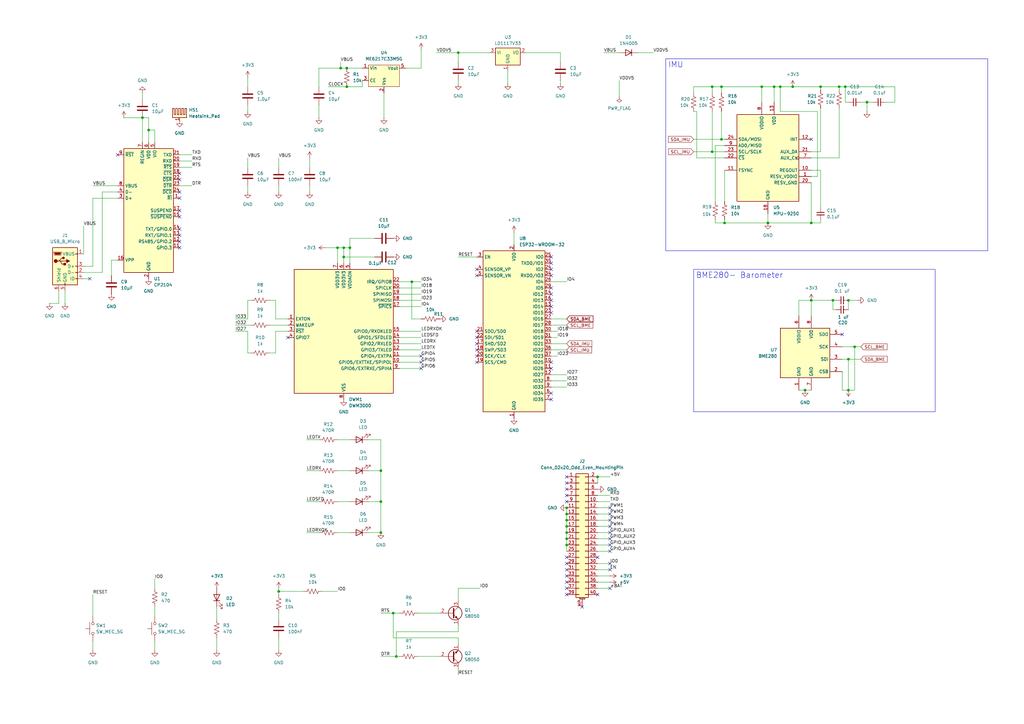
<source format=kicad_sch>
(kicad_sch (version 20250114) (generator "eeschema") (generator_version "9.0")
  (paper "A3")
  (lib_symbols
    (symbol "Connector:USB_B_Micro" (pin_names (offset 1.016))
      (property "Reference" "J" (at -5.08 11.43 0))
      (property "Value" "USB_B_Micro" (at -5.08 8.89 0))
      (symbol "USB_B_Micro_1_1"
        (pin passive line (at -2.54 -10.16 90) (length 2.54) (name "Shield") (number "6"))
        (pin power_out line (at 0 -10.16 90) (length 2.54) (name "GND") (number "5"))
        (pin power_out line (at 7.62 5.08 180) (length 2.54) (name "VBUS") (number "1"))
        (pin bidirectional line (at 7.62 0 180) (length 2.54) (name "D+") (number "3"))
        (pin bidirectional line (at 7.62 -2.54 180) (length 2.54) (name "D-") (number "2"))
        (pin passive line (at 7.62 -5.08 180) (length 2.54) (name "ID") (number "4"))
      )
    )
    (symbol "Connector_Generic_MountingPin:Conn_02x20_Odd_Even_MountingPin" (pin_names (offset 1.016) (hide yes))
      (property "Reference" "J" (at 1.27 25.4 0))
      (property "Value" "Conn_02x20_Odd_Even_MountingPin" (at 2.54 -27.94 0))
      (symbol "Conn_02x20_Odd_Even_MountingPin_1_1"
        (text "Mounting" (at 1.27 -27.051 0) (effects (font (size 0.381 0.381))))
        (pin passive line (at -5.08 22.86 0) (length 3.81) (name "Pin_1") (number "1"))
        (pin passive line (at -5.08 20.32 0) (length 3.81) (name "Pin_3") (number "3"))
        (pin passive line (at -5.08 17.78 0) (length 3.81) (name "Pin_5") (number "5"))
        (pin passive line (at -5.08 15.24 0) (length 3.81) (name "Pin_7") (number "7"))
        (pin passive line (at -5.08 12.7 0) (length 3.81) (name "Pin_9") (number "9"))
        (pin passive line (at -5.08 10.16 0) (length 3.81) (name "Pin_11") (number "11"))
        (pin passive line (at -5.08 7.62 0) (length 3.81) (name "Pin_13") (number "13"))
        (pin passive line (at -5.08 5.08 0) (length 3.81) (name "Pin_15") (number "15"))
        (pin passive line (at -5.08 2.54 0) (length 3.81) (name "Pin_17") (number "17"))
        (pin passive line (at -5.08 0 0) (length 3.81) (name "Pin_19") (number "19"))
        (pin passive line (at -5.08 -2.54 0) (length 3.81) (name "Pin_21") (number "21"))
        (pin passive line (at -5.08 -5.08 0) (length 3.81) (name "Pin_23") (number "23"))
        (pin passive line (at -5.08 -7.62 0) (length 3.81) (name "Pin_25") (number "25"))
        (pin passive line (at -5.08 -10.16 0) (length 3.81) (name "Pin_27") (number "27"))
        (pin passive line (at -5.08 -12.7 0) (length 3.81) (name "Pin_29") (number "29"))
        (pin passive line (at -5.08 -15.24 0) (length 3.81) (name "Pin_31") (number "31"))
        (pin passive line (at -5.08 -17.78 0) (length 3.81) (name "Pin_33") (number "33"))
        (pin passive line (at -5.08 -20.32 0) (length 3.81) (name "Pin_35") (number "35"))
        (pin passive line (at -5.08 -22.86 0) (length 3.81) (name "Pin_37") (number "37"))
        (pin passive line (at -5.08 -25.4 0) (length 3.81) (name "Pin_39") (number "39"))
        (pin passive line (at 1.27 -30.48 90) (length 3.048) (name "MountPin") (number "MP"))
        (pin passive line (at 7.62 22.86 180) (length 3.81) (name "Pin_2") (number "2"))
        (pin passive line (at 7.62 20.32 180) (length 3.81) (name "Pin_4") (number "4"))
        (pin passive line (at 7.62 17.78 180) (length 3.81) (name "Pin_6") (number "6"))
        (pin passive line (at 7.62 15.24 180) (length 3.81) (name "Pin_8") (number "8"))
        (pin passive line (at 7.62 12.7 180) (length 3.81) (name "Pin_10") (number "10"))
        (pin passive line (at 7.62 10.16 180) (length 3.81) (name "Pin_12") (number "12"))
        (pin passive line (at 7.62 7.62 180) (length 3.81) (name "Pin_14") (number "14"))
        (pin passive line (at 7.62 5.08 180) (length 3.81) (name "Pin_16") (number "16"))
        (pin passive line (at 7.62 2.54 180) (length 3.81) (name "Pin_18") (number "18"))
        (pin passive line (at 7.62 0 180) (length 3.81) (name "Pin_20") (number "20"))
        (pin passive line (at 7.62 -2.54 180) (length 3.81) (name "Pin_22") (number "22"))
        (pin passive line (at 7.62 -5.08 180) (length 3.81) (name "Pin_24") (number "24"))
        (pin passive line (at 7.62 -7.62 180) (length 3.81) (name "Pin_26") (number "26"))
        (pin passive line (at 7.62 -10.16 180) (length 3.81) (name "Pin_28") (number "28"))
        (pin passive line (at 7.62 -12.7 180) (length 3.81) (name "Pin_30") (number "30"))
        (pin passive line (at 7.62 -15.24 180) (length 3.81) (name "Pin_32") (number "32"))
        (pin passive line (at 7.62 -17.78 180) (length 3.81) (name "Pin_34") (number "34"))
        (pin passive line (at 7.62 -20.32 180) (length 3.81) (name "Pin_36") (number "36"))
        (pin passive line (at 7.62 -22.86 180) (length 3.81) (name "Pin_38") (number "38"))
        (pin passive line (at 7.62 -25.4 180) (length 3.81) (name "Pin_40") (number "40"))
      )
    )
    (symbol "Device:C" (pin_numbers (hide yes)) (pin_names (offset 0.254))
      (property "Reference" "C" (at 0.635 2.54 0))
      (property "Value" "C" (at 0.635 -2.54 0))
      (symbol "C_1_1"
        (pin passive line (at 0 3.81 270) (length 2.794) (name "~") (number "1"))
        (pin passive line (at 0 -3.81 90) (length 2.794) (name "~") (number "2"))
      )
    )
    (symbol "Device:C_Small" (pin_numbers (hide yes)) (pin_names (offset 0.254) (hide yes))
      (property "Reference" "C" (at 0.254 1.778 0))
      (property "Value" "C_Small" (at 0.254 -2.032 0))
      (symbol "C_Small_1_1"
        (pin passive line (at 0 2.54 270) (length 2.032) (name "~") (number "1"))
        (pin passive line (at 0 -2.54 90) (length 2.032) (name "~") (number "2"))
      )
    )
    (symbol "Device:LED" (pin_numbers (hide yes)) (pin_names (offset 1.016) (hide yes))
      (property "Reference" "D" (at 0 2.54 0))
      (property "Value" "LED" (at 0 -2.54 0))
      (symbol "LED_1_1"
        (pin passive line (at -3.81 0 0) (length 2.54) (name "K") (number "1"))
        (pin passive line (at 3.81 0 180) (length 2.54) (name "A") (number "2"))
      )
    )
    (symbol "Device:R_US" (pin_numbers (hide yes)) (pin_names (offset 0))
      (property "Reference" "R" (at 2.54 0 90))
      (property "Value" "R_US" (at -2.54 0 90))
      (symbol "R_US_1_1"
        (pin passive line (at 0 3.81 270) (length 1.27) (name "~") (number "1"))
        (pin passive line (at 0 -3.81 90) (length 1.27) (name "~") (number "2"))
      )
    )
    (symbol "Diode:1N4005" (pin_numbers (hide yes)) (pin_names (hide yes))
      (property "Reference" "D" (at 0 2.54 0))
      (property "Value" "1N4005" (at 0 -2.54 0))
      (symbol "1N4005_1_1"
        (pin passive line (at -3.81 0 0) (length 2.54) (name "K") (number "1"))
        (pin passive line (at 3.81 0 180) (length 2.54) (name "A") (number "2"))
      )
    )
    (symbol "Interface_USB:CP2104"
      (property "Reference" "U" (at -5.08 28.575 0))
      (property "Value" "CP2104" (at -5.08 26.67 0))
      (symbol "CP2104_1_1"
        (pin bidirectional line (at -12.7 22.86 0) (length 2.54) (name "~{RST}") (number "9"))
        (pin input line (at -12.7 10.16 0) (length 2.54) (name "VBUS") (number "8"))
        (pin bidirectional line (at -12.7 7.62 0) (length 2.54) (name "D-") (number "4"))
        (pin bidirectional line (at -12.7 5.08 0) (length 2.54) (name "D+") (number "3"))
        (pin passive line (at -12.7 -20.32 0) (length 2.54) (name "VPP") (number "16"))
        (pin power_in line (at -2.54 27.94 270) (length 2.54) (name "REGIN") (number "7"))
        (pin power_in line (at 0 27.94 270) (length 2.54) (name "VDD") (number "6"))
        (pin power_in line (at 0 -27.94 90) (length 2.54) (name "GND") (number "2"))
        (pin passive line (at 0 -27.94 90) (length 2.54) (hide yes) (name "GND") (number "25"))
        (pin power_in line (at 2.54 27.94 270) (length 2.54) (name "VIO") (number "5"))
        (pin no_connect line (at 10.16 -20.32 180) (length 2.54) (hide yes) (name "NC") (number "10"))
        (pin output line (at 12.7 22.86 180) (length 2.54) (name "TXD") (number "21"))
        (pin input line (at 12.7 20.32 180) (length 2.54) (name "RXD") (number "20"))
        (pin output line (at 12.7 17.78 180) (length 2.54) (name "~{RTS}") (number "19"))
        (pin input line (at 12.7 15.24 180) (length 2.54) (name "~{CTS}") (number "18"))
        (pin input line (at 12.7 12.7 180) (length 2.54) (name "~{DSR}") (number "22"))
        (pin output line (at 12.7 10.16 180) (length 2.54) (name "~{DTR}") (number "23"))
        (pin input line (at 12.7 7.62 180) (length 2.54) (name "~{DCD}") (number "24"))
        (pin input line (at 12.7 5.08 180) (length 2.54) (name "~{RI}") (number "1"))
        (pin output line (at 12.7 0 180) (length 2.54) (name "SUSPEND") (number "17"))
        (pin output line (at 12.7 -2.54 180) (length 2.54) (name "~{SUSPEND}") (number "15"))
        (pin bidirectional line (at 12.7 -7.62 180) (length 2.54) (name "TXT/GPIO.0") (number "14"))
        (pin bidirectional line (at 12.7 -10.16 180) (length 2.54) (name "RXT/GPIO.1") (number "13"))
        (pin bidirectional line (at 12.7 -12.7 180) (length 2.54) (name "RS485/GPIO.2") (number "12"))
        (pin bidirectional line (at 12.7 -15.24 180) (length 2.54) (name "GPIO.3") (number "11"))
      )
    )
    (symbol "Mechanical:Heatsink_Pad" (pin_names (offset 0))
      (property "Reference" "HS" (at 0 5.715 0))
      (property "Value" "Heatsink_Pad" (at 0 3.81 0))
      (symbol "Heatsink_Pad_1_1"
        (pin passive line (at 0 -2.54 90) (length 1.27) (name "~") (number "1"))
      )
    )
    (symbol "RF_Module:DWM3000"
      (property "Reference" "DWM" (at 7.62 25.4 0))
      (property "Value" "DWM3000" (at 1.27 3.81 0))
      (symbol "DWM3000_1_1"
        (pin output line (at -22.86 5.08 0) (length 2.54) (name "EXTON") (number "1"))
        (pin bidirectional line (at -22.86 2.54 0) (length 2.54) (name "WAKEUP") (number "2"))
        (pin bidirectional line (at -22.86 0 0) (length 2.54) (name "~{RST}") (number "3"))
        (pin bidirectional line (at -22.86 -2.54 0) (length 2.54) (name "GPIO7") (number "4"))
        (pin power_in line (at -2.54 27.94 270) (length 2.54) (name "VDD3V3") (number "7"))
        (pin power_in line (at 0 27.94 270) (length 2.54) (name "VDD3V3") (number "6"))
        (pin passive line (at 0 -27.94 90) (length 2.54) (hide yes) (name "VSS") (number "16"))
        (pin passive line (at 0 -27.94 90) (length 2.54) (hide yes) (name "VSS") (number "21"))
        (pin passive line (at 0 -27.94 90) (length 2.54) (hide yes) (name "VSS") (number "23"))
        (pin passive line (at 0 -27.94 90) (length 2.54) (hide yes) (name "VSS") (number "24"))
        (pin power_in line (at 0 -27.94 90) (length 2.54) (name "VSS") (number "8"))
        (pin power_in line (at 2.54 27.94 270) (length 2.54) (name "VDDAON") (number "5"))
        (pin bidirectional line (at 22.86 20.32 180) (length 2.54) (name "IRQ/GPIO8") (number "22"))
        (pin input line (at 22.86 17.78 180) (length 2.54) (name "SPICLK") (number "20"))
        (pin output line (at 22.86 15.24 180) (length 2.54) (name "SPIMISO") (number "19"))
        (pin input line (at 22.86 12.7 180) (length 2.54) (name "SPIMOSI") (number "18"))
        (pin input line (at 22.86 10.16 180) (length 2.54) (name "~{SPICS}") (number "17"))
        (pin bidirectional line (at 22.86 0 180) (length 2.54) (name "GPIO0/RXOKLED") (number "15"))
        (pin bidirectional line (at 22.86 -2.54 180) (length 2.54) (name "GPIO1/SFDLED") (number "14"))
        (pin bidirectional line (at 22.86 -5.08 180) (length 2.54) (name "GPIO2/RXLED") (number "13"))
        (pin bidirectional line (at 22.86 -7.62 180) (length 2.54) (name "GPIO3/TXLED") (number "12"))
        (pin bidirectional line (at 22.86 -10.16 180) (length 2.54) (name "GPIO4/EXTPA") (number "11"))
        (pin bidirectional line (at 22.86 -12.7 180) (length 2.54) (name "GPIO5/EXTTXE/SPIPOL") (number "10"))
        (pin bidirectional line (at 22.86 -15.24 180) (length 2.54) (name "GPIO6/EXTRXE/SPIHA") (number "9"))
      )
    )
    (symbol "RF_Module:ESP32-WROOM-32"
      (property "Reference" "U" (at -12.7 34.29 0))
      (property "Value" "ESP32-WROOM-32" (at 1.27 34.29 0))
      (symbol "ESP32-WROOM-32_1_1"
        (pin input line (at -15.24 30.48 0) (length 2.54) (name "EN") (number "3"))
        (pin input line (at -15.24 25.4 0) (length 2.54) (name "SENSOR_VP") (number "4"))
        (pin input line (at -15.24 22.86 0) (length 2.54) (name "SENSOR_VN") (number "5"))
        (pin bidirectional line (at -15.24 0 0) (length 2.54) (name "SDO/SD0") (number "21"))
        (pin bidirectional line (at -15.24 -2.54 0) (length 2.54) (name "SDI/SD1") (number "22"))
        (pin bidirectional line (at -15.24 -5.08 0) (length 2.54) (name "SHD/SD2") (number "17"))
        (pin bidirectional line (at -15.24 -7.62 0) (length 2.54) (name "SWP/SD3") (number "18"))
        (pin bidirectional line (at -15.24 -10.16 0) (length 2.54) (name "SCK/CLK") (number "20"))
        (pin bidirectional line (at -15.24 -12.7 0) (length 2.54) (name "SCS/CMD") (number "19"))
        (pin no_connect line (at -12.7 -27.94 0) (length 2.54) (hide yes) (name "NC") (number "32"))
        (pin power_in line (at 0 35.56 270) (length 2.54) (name "VDD") (number "2"))
        (pin power_in line (at 0 -35.56 90) (length 2.54) (name "GND") (number "1"))
        (pin passive line (at 0 -35.56 90) (length 2.54) (hide yes) (name "GND") (number "15"))
        (pin passive line (at 0 -35.56 90) (length 2.54) (hide yes) (name "GND") (number "38"))
        (pin passive line (at 0 -35.56 90) (length 2.54) (hide yes) (name "GND") (number "39"))
        (pin bidirectional line (at 15.24 30.48 180) (length 2.54) (name "IO0") (number "25"))
        (pin bidirectional line (at 15.24 27.94 180) (length 2.54) (name "TXD0/IO1") (number "35"))
        (pin bidirectional line (at 15.24 25.4 180) (length 2.54) (name "IO2") (number "24"))
        (pin bidirectional line (at 15.24 22.86 180) (length 2.54) (name "RXD0/IO3") (number "34"))
        (pin bidirectional line (at 15.24 20.32 180) (length 2.54) (name "IO4") (number "26"))
        (pin bidirectional line (at 15.24 17.78 180) (length 2.54) (name "IO5") (number "29"))
        (pin bidirectional line (at 15.24 15.24 180) (length 2.54) (name "IO12") (number "14"))
        (pin bidirectional line (at 15.24 12.7 180) (length 2.54) (name "IO13") (number "16"))
        (pin bidirectional line (at 15.24 10.16 180) (length 2.54) (name "IO14") (number "13"))
        (pin bidirectional line (at 15.24 7.62 180) (length 2.54) (name "IO15") (number "23"))
        (pin bidirectional line (at 15.24 5.08 180) (length 2.54) (name "IO16") (number "27"))
        (pin bidirectional line (at 15.24 2.54 180) (length 2.54) (name "IO17") (number "28"))
        (pin bidirectional line (at 15.24 0 180) (length 2.54) (name "IO18") (number "30"))
        (pin bidirectional line (at 15.24 -2.54 180) (length 2.54) (name "IO19") (number "31"))
        (pin bidirectional line (at 15.24 -5.08 180) (length 2.54) (name "IO21") (number "33"))
        (pin bidirectional line (at 15.24 -7.62 180) (length 2.54) (name "IO22") (number "36"))
        (pin bidirectional line (at 15.24 -10.16 180) (length 2.54) (name "IO23") (number "37"))
        (pin bidirectional line (at 15.24 -12.7 180) (length 2.54) (name "IO25") (number "10"))
        (pin bidirectional line (at 15.24 -15.24 180) (length 2.54) (name "IO26") (number "11"))
        (pin bidirectional line (at 15.24 -17.78 180) (length 2.54) (name "IO27") (number "12"))
        (pin bidirectional line (at 15.24 -20.32 180) (length 2.54) (name "IO32") (number "8"))
        (pin bidirectional line (at 15.24 -22.86 180) (length 2.54) (name "IO33") (number "9"))
        (pin input line (at 15.24 -25.4 180) (length 2.54) (name "IO34") (number "6"))
        (pin input line (at 15.24 -27.94 180) (length 2.54) (name "IO35") (number "7"))
      )
    )
    (symbol "Regulator_Linear:LD1117V33"
      (property "Reference" "U" (at -3.81 3.175 0))
      (property "Value" "LD1117V33" (at 0 3.175 0))
      (symbol "LD1117V33_1_1"
        (pin power_in line (at -7.62 0 0) (length 2.54) (name "VI") (number "3"))
        (pin power_in line (at 0 -7.62 90) (length 2.54) (name "GND") (number "1"))
        (pin power_out line (at 7.62 0 180) (length 2.54) (name "VO") (number "2"))
      )
    )
    (symbol "Sensor:BME280"
      (property "Reference" "U" (at -8.89 11.43 0))
      (property "Value" "BME280" (at 7.62 11.43 0))
      (symbol "BME280_1_1"
        (pin power_in line (at -2.54 15.24 270) (length 5.08) (name "VDDIO") (number "6"))
        (pin power_in line (at -2.54 -15.24 90) (length 5.08) (name "GND") (number "1"))
        (pin power_in line (at 2.54 15.24 270) (length 5.08) (name "VDD") (number "8"))
        (pin power_in line (at 2.54 -15.24 90) (length 5.08) (name "GND") (number "7"))
        (pin bidirectional line (at 15.24 7.62 180) (length 5.08) (name "SDO") (number "5"))
        (pin input line (at 15.24 2.54 180) (length 5.08) (name "SCK") (number "4"))
        (pin bidirectional line (at 15.24 -2.54 180) (length 5.08) (name "SDI") (number "3"))
        (pin input line (at 15.24 -7.62 180) (length 5.08) (name "CSB") (number "2"))
      )
    )
    (symbol "Sensor_Motion:MPU-9250"
      (property "Reference" "U" (at -11.43 19.05 0))
      (property "Value" "MPU-9250" (at 7.62 -19.05 0))
      (symbol "MPU-9250_1_1"
        (pin bidirectional line (at -17.78 7.62 0) (length 5.08) (name "SDA/MOSI") (number "24"))
        (pin bidirectional line (at -17.78 5.08 0) (length 5.08) (name "AD0/MISO") (number "9"))
        (pin input line (at -17.78 2.54 0) (length 5.08) (name "SCL/SCLK") (number "23"))
        (pin input line (at -17.78 0 0) (length 5.08) (name "~{CS}") (number "22"))
        (pin input line (at -17.78 -5.08 0) (length 5.08) (name "FSYNC") (number "11"))
        (pin power_in line (at -2.54 22.86 270) (length 5.08) (name "VDDIO") (number "8"))
        (pin power_in line (at 0 -22.86 90) (length 5.08) (name "GND") (number "18"))
        (pin power_in line (at 2.54 22.86 270) (length 5.08) (name "VDD") (number "13"))
        (pin output line (at 17.78 7.62 180) (length 5.08) (name "INT") (number "12"))
        (pin bidirectional line (at 17.78 2.54 180) (length 5.08) (name "AUX_DA") (number "21"))
        (pin output clock (at 17.78 0 180) (length 5.08) (name "AUX_CL") (number "7"))
        (pin passive line (at 17.78 -5.08 180) (length 5.08) (name "REGOUT") (number "10"))
        (pin input line (at 17.78 -7.62 180) (length 5.08) (name "RESV_VDDIO") (number "1"))
        (pin power_in line (at 17.78 -10.16 180) (length 5.08) (name "RESV_GND") (number "20"))
      )
    )
    (symbol "Switch:SW_MEC_5G" (pin_numbers (hide yes)) (pin_names (offset 1.016) (hide yes))
      (property "Reference" "SW" (at 1.27 2.54 0))
      (property "Value" "SW_MEC_5G" (at 0 -1.524 0))
      (symbol "SW_MEC_5G_0_1"
        (pin passive line (at -5.08 0 0) (length 2.54) (name "A") (number "1"))
        (pin passive line (at 5.08 0 180) (length 2.54) (name "B") (number "3"))
      )
      (symbol "SW_MEC_5G_1_1"
        (pin passive line (at -5.08 0 0) (length 2.54) (hide yes) (name "A") (number "2"))
        (pin passive line (at 5.08 0 180) (length 2.54) (hide yes) (name "B") (number "4"))
      )
    )
    (symbol "Transistor_BJT:S8050" (pin_names (offset 0) (hide yes))
      (property "Reference" "Q" (at 5.08 1.905 0))
      (property "Value" "S8050" (at 5.08 0 0))
      (symbol "S8050_1_1"
        (pin input line (at -5.08 0 0) (length 2.54) (name "B") (number "2"))
        (pin passive line (at 2.54 5.08 270) (length 2.54) (name "C") (number "3"))
        (pin passive line (at 2.54 -5.08 90) (length 2.54) (name "E") (number "1"))
      )
    )
    (symbol "dd:ME6217C33M5G"
      (property "Reference" "U" (at 0 5.08 0))
      (property "Value" "ME6217C33M5G" (at 8.89 -6.35 0))
      (symbol "ME6217C33M5G_1_1"
        (pin power_in line (at -8.89 2.54 0) (length 2.54) (name "Vin") (number "1"))
        (pin input line (at -8.89 -2.54 0) (length 2.54) (name "CE") (number "3"))
        (pin power_in line (at 0 -7.62 90) (length 2.54) (name "Vss") (number "2"))
        (pin power_out line (at 8.89 2.54 180) (length 2.54) (name "Vout") (number "5"))
        (pin no_connect line (at 8.89 -2.54 180) (length 2.54) (hide yes) (name "NC") (number "4"))
      )
    )
    (symbol "power:+3V3" (power) (pin_numbers (hide yes)) (pin_names (offset 0) (hide yes))
      (property "Value" "+3V3" (at 0 3.556 0))
      (symbol "+3V3_1_1"
        (pin power_in line (at 0 0 90) (length 0) (name "~") (number "1"))
      )
    )
    (symbol "power:+5V" (power) (pin_numbers (hide yes)) (pin_names (offset 0) (hide yes))
      (property "Value" "+5V" (at 0 3.556 0))
      (symbol "+5V_1_1"
        (pin power_in line (at 0 0 90) (length 0) (name "~") (number "1"))
      )
    )
    (symbol "power:GND" (power) (pin_numbers (hide yes)) (pin_names (offset 0) (hide yes))
      (property "Value" "GND" (at 0 -3.81 0))
      (symbol "GND_1_1"
        (pin power_in line (at 0 0 270) (length 0) (name "~") (number "1"))
      )
    )
    (symbol "power:PWR_FLAG" (power) (pin_numbers (hide yes)) (pin_names (offset 0) (hide yes))
      (property "Value" "PWR_FLAG" (at 0 3.81 0))
      (symbol "PWR_FLAG_0_0"
        (pin power_out line (at 0 0 90) (length 0) (name "~") (number "1"))
      )
    )
  )
  (text_box "BME280- Barometer" (at 284.48 110.49 0) (size 99.06 58.42) (margins 0.9525 0.9525 0.9525 0.9525) (effects (font (size 2.286 2.286)) (justify left top)))
  (text_box "IMU" (at 273.05 24.13 0) (size 132.08 78.74) (margins 0.9525 0.9525 0.9525 0.9525) (effects (font (size 2.286 2.286)) (justify left top)))
  (junction (at 232.41 208.28))
  (junction (at 161.29 251.46))
  (junction (at 336.55 35.56))
  (junction (at 232.41 210.82))
  (junction (at 325.12 35.56))
  (junction (at 58.42 48.26))
  (junction (at 320.04 35.56))
  (junction (at 140.97 105.41))
  (junction (at 140.97 101.6))
  (junction (at 347.98 147.32))
  (junction (at 330.2 160.02))
  (junction (at 232.41 218.44))
  (junction (at 142.24 27.94))
  (junction (at 156.21 205.74))
  (junction (at 245.11 195.58))
  (junction (at 347.98 160.02))
  (junction (at 60.96 53.34))
  (junction (at 232.41 215.9))
  (junction (at 341.63 123.19))
  (junction (at 344.17 35.56))
  (junction (at 156.21 193.04))
  (junction (at 332.74 123.19))
  (junction (at 332.74 91.44))
  (junction (at 355.6 41.91))
  (junction (at 139.7 27.94))
  (junction (at 346.71 35.56))
  (junction (at 142.24 35.56))
  (junction (at 162.56 269.24))
  (junction (at 295.91 57.15))
  (junction (at 347.98 123.19))
  (junction (at 317.5 35.56))
  (junction (at 350.52 142.24))
  (junction (at 187.96 21.59))
  (junction (at 232.41 213.36))
  (junction (at 114.3 242.57))
  (junction (at 314.96 91.44))
  (junction (at 232.41 223.52))
  (junction (at 138.43 101.6))
  (junction (at 292.1 35.56))
  (junction (at 292.1 62.23))
  (junction (at 295.91 35.56))
  (junction (at 312.42 35.56))
  (junction (at 156.21 218.44))
  (junction (at 168.91 115.57))
  (junction (at 232.41 220.98))
  (junction (at 143.51 101.6))
  (junction (at 297.18 91.44))
  (no_connect (at 172.72 146.05))
  (no_connect (at 232.41 205.74))
  (no_connect (at 250.19 220.98))
  (no_connect (at 73.66 86.36))
  (no_connect (at 73.66 81.28))
  (no_connect (at 73.66 88.9))
  (no_connect (at 232.41 228.6))
  (no_connect (at 195.58 110.49))
  (no_connect (at 250.19 215.9))
  (no_connect (at 226.06 163.83))
  (no_connect (at 250.19 223.52))
  (no_connect (at 226.06 148.59))
  (no_connect (at 195.58 148.59))
  (no_connect (at 195.58 140.97))
  (no_connect (at 250.19 231.14))
  (no_connect (at 73.66 73.66))
  (no_connect (at 250.19 208.28))
  (no_connect (at 226.06 113.03))
  (no_connect (at 232.41 236.22))
  (no_connect (at 73.66 71.12))
  (no_connect (at 250.19 210.82))
  (no_connect (at 250.19 226.06))
  (no_connect (at 250.19 213.36))
  (no_connect (at 226.06 120.65))
  (no_connect (at 232.41 243.84))
  (no_connect (at 245.11 243.84))
  (no_connect (at 232.41 198.12))
  (no_connect (at 226.06 105.41))
  (no_connect (at 332.74 57.15))
  (no_connect (at 238.76 248.92))
  (no_connect (at 118.11 138.43))
  (no_connect (at 232.41 195.58))
  (no_connect (at 232.41 233.68))
  (no_connect (at 73.66 78.74))
  (no_connect (at 48.26 63.5))
  (no_connect (at 226.06 128.27))
  (no_connect (at 226.06 118.11))
  (no_connect (at 195.58 113.03))
  (no_connect (at 250.19 218.44))
  (no_connect (at 226.06 110.49))
  (no_connect (at 172.72 151.13))
  (no_connect (at 226.06 123.19))
  (no_connect (at 250.19 241.3))
  (no_connect (at 226.06 161.29))
  (no_connect (at 245.11 228.6))
  (no_connect (at 232.41 203.2))
  (no_connect (at 226.06 151.13))
  (no_connect (at 73.66 99.06))
  (no_connect (at 195.58 143.51))
  (no_connect (at 73.66 96.52))
  (no_connect (at 73.66 93.98))
  (no_connect (at 232.41 238.76))
  (no_connect (at 226.06 125.73))
  (no_connect (at 345.44 137.16))
  (no_connect (at 232.41 231.14))
  (no_connect (at 250.19 233.68))
  (no_connect (at 195.58 146.05))
  (no_connect (at 195.58 138.43))
  (no_connect (at 195.58 135.89))
  (no_connect (at 172.72 148.59))
  (no_connect (at 232.41 241.3))
  (no_connect (at 36.83 114.3))
  (no_connect (at 73.66 101.6))
  (no_connect (at 232.41 200.66))
  (no_connect (at 226.06 107.95))
  (wire (pts (xy 355.6 41.91) (xy 358.14 41.91)))
  (wire (pts (xy 24.13 124.46) (xy 20.32 124.46)))
  (wire (pts (xy 345.44 160.02) (xy 347.98 160.02)))
  (wire (pts (xy 336.55 90.17) (xy 336.55 91.44)))
  (wire (pts (xy 250.19 215.9) (xy 245.11 215.9)))
  (wire (pts (xy 163.83 115.57) (xy 168.91 115.57)))
  (wire (pts (xy 232.41 218.44) (xy 232.41 220.98)))
  (wire (pts (xy 297.18 57.15) (xy 295.91 57.15)))
  (wire (pts (xy 142.24 27.94) (xy 148.59 27.94)))
  (wire (pts (xy 60.96 53.34) (xy 60.96 48.26)))
  (wire (pts (xy 88.9 248.92) (xy 88.9 254)))
  (wire (pts (xy 60.96 48.26) (xy 58.42 48.26)))
  (wire (pts (xy 45.72 106.68) (xy 45.72 113.03)))
  (wire (pts (xy 336.55 44.45) (xy 336.55 62.23)))
  (wire (pts (xy 208.28 29.21) (xy 208.28 34.29)))
  (wire (pts (xy 261.62 21.59) (xy 267.97 21.59)))
  (wire (pts (xy 114.3 261.62) (xy 114.3 266.7)))
  (wire (pts (xy 101.6 130.81) (xy 96.52 130.81)))
  (wire (pts (xy 138.43 101.6) (xy 138.43 107.95)))
  (wire (pts (xy 34.29 92.71) (xy 34.29 104.14)))
  (wire (pts (xy 346.71 35.56) (xy 346.71 41.91)))
  (wire (pts (xy 347.98 160.02) (xy 350.52 160.02)))
  (wire (pts (xy 101.6 135.89) (xy 96.52 135.89)))
  (wire (pts (xy 101.6 76.2) (xy 101.6 78.74)))
  (wire (pts (xy 168.91 115.57) (xy 168.91 130.81)))
  (wire (pts (xy 232.41 208.28) (xy 232.41 210.82)))
  (wire (pts (xy 317.5 35.56) (xy 320.04 35.56)))
  (wire (pts (xy 312.42 35.56) (xy 317.5 35.56)))
  (wire (pts (xy 292.1 35.56) (xy 292.1 38.1)))
  (wire (pts (xy 134.62 35.56) (xy 142.24 35.56)))
  (wire (pts (xy 101.6 31.75) (xy 101.6 35.56)))
  (wire (pts (xy 34.29 109.22) (xy 38.1 109.22)))
  (wire (pts (xy 63.5 53.34) (xy 60.96 53.34)))
  (wire (pts (xy 34.29 114.3) (xy 36.83 114.3)))
  (wire (pts (xy 73.66 66.04) (xy 78.74 66.04)))
  (wire (pts (xy 163.83 143.51) (xy 172.72 143.51)))
  (wire (pts (xy 41.91 78.74) (xy 48.26 78.74)))
  (wire (pts (xy 163.83 120.65) (xy 172.72 120.65)))
  (wire (pts (xy 73.66 68.58) (xy 78.74 68.58)))
  (wire (pts (xy 355.6 41.91) (xy 355.6 45.72)))
  (wire (pts (xy 151.13 180.34) (xy 156.21 180.34)))
  (wire (pts (xy 285.75 45.72) (xy 284.48 45.72)))
  (wire (pts (xy 341.63 123.19) (xy 342.9 123.19)))
  (wire (pts (xy 168.91 130.81) (xy 172.72 130.81)))
  (wire (pts (xy 50.8 48.26) (xy 58.42 48.26)))
  (wire (pts (xy 228.6 135.89) (xy 226.06 135.89)))
  (wire (pts (xy 187.96 105.41) (xy 195.58 105.41)))
  (wire (pts (xy 38.1 81.28) (xy 48.26 81.28)))
  (wire (pts (xy 179.07 21.59) (xy 187.96 21.59)))
  (wire (pts (xy 215.9 21.59) (xy 229.87 21.59)))
  (wire (pts (xy 347.98 147.32) (xy 353.06 147.32)))
  (wire (pts (xy 344.17 35.56) (xy 344.17 36.83)))
  (wire (pts (xy 138.43 205.74) (xy 143.51 205.74)))
  (wire (pts (xy 140.97 101.6) (xy 143.51 101.6)))
  (wire (pts (xy 336.55 35.56) (xy 344.17 35.56)))
  (wire (pts (xy 163.83 146.05) (xy 172.72 146.05)))
  (wire (pts (xy 101.6 43.18) (xy 101.6 45.72)))
  (wire (pts (xy 156.21 205.74) (xy 156.21 218.44)))
  (wire (pts (xy 347.98 123.19) (xy 351.79 123.19)))
  (wire (pts (xy 140.97 105.41) (xy 140.97 107.95)))
  (wire (pts (xy 346.71 35.56) (xy 367.03 35.56)))
  (wire (pts (xy 113.03 144.78) (xy 113.03 135.89)))
  (wire (pts (xy 312.42 41.91) (xy 312.42 35.56)))
  (wire (pts (xy 353.06 41.91) (xy 355.6 41.91)))
  (wire (pts (xy 344.17 64.77) (xy 344.17 44.45)))
  (wire (pts (xy 163.83 138.43) (xy 172.72 138.43)))
  (wire (pts (xy 187.96 33.02) (xy 187.96 34.29)))
  (wire (pts (xy 26.67 124.46) (xy 26.67 119.38)))
  (wire (pts (xy 232.41 215.9) (xy 232.41 218.44)))
  (wire (pts (xy 88.9 261.62) (xy 88.9 266.7)))
  (wire (pts (xy 162.56 269.24) (xy 163.83 269.24)))
  (wire (pts (xy 125.73 193.04) (xy 130.81 193.04)))
  (wire (pts (xy 232.41 153.67) (xy 226.06 153.67)))
  (wire (pts (xy 187.96 246.38) (xy 187.96 241.3)))
  (wire (pts (xy 187.96 261.62) (xy 161.29 261.62)))
  (wire (pts (xy 38.1 243.84) (xy 38.1 252.73)))
  (wire (pts (xy 285.75 45.72) (xy 285.75 64.77)))
  (wire (pts (xy 284.48 35.56) (xy 292.1 35.56)))
  (wire (pts (xy 114.3 242.57) (xy 114.3 243.84)))
  (wire (pts (xy 130.81 27.94) (xy 139.7 27.94)))
  (wire (pts (xy 344.17 35.56) (xy 346.71 35.56)))
  (wire (pts (xy 113.03 135.89) (xy 118.11 135.89)))
  (wire (pts (xy 250.19 213.36) (xy 245.11 213.36)))
  (wire (pts (xy 210.82 95.25) (xy 210.82 100.33)))
  (wire (pts (xy 341.63 127) (xy 342.9 127)))
  (wire (pts (xy 101.6 123.19) (xy 102.87 123.19)))
  (wire (pts (xy 325.12 35.56) (xy 336.55 35.56)))
  (wire (pts (xy 151.13 218.44) (xy 156.21 218.44)))
  (wire (pts (xy 327.66 129.54) (xy 327.66 123.19)))
  (wire (pts (xy 250.19 238.76) (xy 245.11 238.76)))
  (wire (pts (xy 232.41 115.57) (xy 226.06 115.57)))
  (wire (pts (xy 138.43 218.44) (xy 143.51 218.44)))
  (wire (pts (xy 63.5 237.49) (xy 63.5 241.3)))
  (wire (pts (xy 250.19 241.3) (xy 245.11 241.3)))
  (wire (pts (xy 232.41 223.52) (xy 232.41 226.06)))
  (wire (pts (xy 114.3 242.57) (xy 124.46 242.57)))
  (wire (pts (xy 45.72 106.68) (xy 48.26 106.68)))
  (wire (pts (xy 250.19 220.98) (xy 245.11 220.98)))
  (wire (pts (xy 130.81 27.94) (xy 130.81 35.56)))
  (wire (pts (xy 250.19 223.52) (xy 245.11 223.52)))
  (wire (pts (xy 320.04 45.72) (xy 320.04 35.56)))
  (wire (pts (xy 229.87 21.59) (xy 229.87 25.4)))
  (wire (pts (xy 335.28 45.72) (xy 320.04 45.72)))
  (wire (pts (xy 335.28 72.39) (xy 335.28 45.72)))
  (wire (pts (xy 138.43 180.34) (xy 143.51 180.34)))
  (wire (pts (xy 132.08 242.57) (xy 138.43 242.57)))
  (wire (pts (xy 139.7 27.94) (xy 142.24 27.94)))
  (wire (pts (xy 101.6 144.78) (xy 101.6 135.89)))
  (wire (pts (xy 156.21 193.04) (xy 156.21 205.74)))
  (wire (pts (xy 350.52 142.24) (xy 350.52 160.02)))
  (wire (pts (xy 73.66 76.2) (xy 78.74 76.2)))
  (wire (pts (xy 284.48 62.23) (xy 292.1 62.23)))
  (wire (pts (xy 161.29 251.46) (xy 163.83 251.46)))
  (wire (pts (xy 292.1 35.56) (xy 295.91 35.56)))
  (wire (pts (xy 101.6 144.78) (xy 102.87 144.78)))
  (wire (pts (xy 187.96 274.32) (xy 187.96 276.86)))
  (wire (pts (xy 110.49 144.78) (xy 113.03 144.78)))
  (wire (pts (xy 96.52 133.35) (xy 102.87 133.35)))
  (wire (pts (xy 295.91 45.72) (xy 295.91 57.15)))
  (wire (pts (xy 151.13 205.74) (xy 156.21 205.74)))
  (wire (pts (xy 139.7 25.4) (xy 139.7 27.94)))
  (wire (pts (xy 156.21 180.34) (xy 156.21 193.04)))
  (wire (pts (xy 125.73 180.34) (xy 130.81 180.34)))
  (wire (pts (xy 163.83 135.89) (xy 172.72 135.89)))
  (wire (pts (xy 114.3 241.3) (xy 114.3 242.57)))
  (wire (pts (xy 156.21 269.24) (xy 162.56 269.24)))
  (wire (pts (xy 63.5 248.92) (xy 63.5 252.73)))
  (wire (pts (xy 163.83 140.97) (xy 172.72 140.97)))
  (wire (pts (xy 187.96 25.4) (xy 187.96 21.59)))
  (wire (pts (xy 110.49 123.19) (xy 113.03 123.19)))
  (wire (pts (xy 187.96 264.16) (xy 187.96 261.62)))
  (wire (pts (xy 187.96 21.59) (xy 200.66 21.59)))
  (wire (pts (xy 350.52 142.24) (xy 353.06 142.24)))
  (wire (pts (xy 163.83 118.11) (xy 172.72 118.11)))
  (wire (pts (xy 101.6 64.77) (xy 101.6 68.58)))
  (wire (pts (xy 232.41 210.82) (xy 232.41 213.36)))
  (wire (pts (xy 226.06 133.35) (xy 232.41 133.35)))
  (wire (pts (xy 330.2 160.02) (xy 332.74 160.02)))
  (wire (pts (xy 314.96 87.63) (xy 314.96 91.44)))
  (wire (pts (xy 232.41 140.97) (xy 226.06 140.97)))
  (wire (pts (xy 101.6 123.19) (xy 101.6 130.81)))
  (wire (pts (xy 332.74 62.23) (xy 336.55 62.23)))
  (wire (pts (xy 171.45 269.24) (xy 180.34 269.24)))
  (wire (pts (xy 292.1 45.72) (xy 292.1 62.23)))
  (wire (pts (xy 345.44 152.4) (xy 345.44 160.02)))
  (wire (pts (xy 142.24 35.56) (xy 148.59 35.56)))
  (wire (pts (xy 293.37 59.69) (xy 293.37 82.55)))
  (wire (pts (xy 138.43 193.04) (xy 143.51 193.04)))
  (wire (pts (xy 143.51 97.79) (xy 153.67 97.79)))
  (wire (pts (xy 113.03 130.81) (xy 118.11 130.81)))
  (wire (pts (xy 143.51 101.6) (xy 143.51 107.95)))
  (wire (pts (xy 245.11 198.12) (xy 245.11 195.58)))
  (wire (pts (xy 332.74 64.77) (xy 344.17 64.77)))
  (wire (pts (xy 293.37 90.17) (xy 293.37 91.44)))
  (wire (pts (xy 232.41 156.21) (xy 226.06 156.21)))
  (wire (pts (xy 151.13 193.04) (xy 156.21 193.04)))
  (wire (pts (xy 157.48 38.1) (xy 157.48 48.26)))
  (wire (pts (xy 297.18 62.23) (xy 292.1 62.23)))
  (wire (pts (xy 285.75 64.77) (xy 297.18 64.77)))
  (wire (pts (xy 254 33.02) (xy 254 39.37)))
  (wire (pts (xy 228.6 138.43) (xy 226.06 138.43)))
  (wire (pts (xy 232.41 220.98) (xy 232.41 223.52)))
  (wire (pts (xy 60.96 58.42) (xy 60.96 53.34)))
  (wire (pts (xy 138.43 101.6) (xy 140.97 101.6)))
  (wire (pts (xy 336.55 69.85) (xy 336.55 85.09)))
  (wire (pts (xy 327.66 160.02) (xy 330.2 160.02)))
  (wire (pts (xy 250.19 233.68) (xy 245.11 233.68)))
  (wire (pts (xy 110.49 133.35) (xy 118.11 133.35)))
  (wire (pts (xy 345.44 147.32) (xy 347.98 147.32)))
  (wire (pts (xy 162.56 259.08) (xy 162.56 269.24)))
  (wire (pts (xy 317.5 35.56) (xy 317.5 41.91)))
  (wire (pts (xy 226.06 130.81) (xy 232.41 130.81)))
  (wire (pts (xy 347.98 127) (xy 347.98 123.19)))
  (wire (pts (xy 250.19 231.14) (xy 245.11 231.14)))
  (wire (pts (xy 38.1 262.89) (xy 38.1 266.7)))
  (wire (pts (xy 34.29 111.76) (xy 41.91 111.76)))
  (wire (pts (xy 347.98 147.32) (xy 347.98 160.02)))
  (wire (pts (xy 332.74 74.93) (xy 332.74 91.44)))
  (wire (pts (xy 247.65 21.59) (xy 254 21.59)))
  (wire (pts (xy 250.19 210.82) (xy 245.11 210.82)))
  (wire (pts (xy 327.66 123.19) (xy 332.74 123.19)))
  (wire (pts (xy 228.6 146.05) (xy 226.06 146.05)))
  (wire (pts (xy 163.83 125.73) (xy 172.72 125.73)))
  (wire (pts (xy 363.22 41.91) (xy 367.03 41.91)))
  (wire (pts (xy 114.3 64.77) (xy 114.3 68.58)))
  (wire (pts (xy 163.83 151.13) (xy 172.72 151.13)))
  (wire (pts (xy 73.66 63.5) (xy 78.74 63.5)))
  (wire (pts (xy 125.73 205.74) (xy 130.81 205.74)))
  (wire (pts (xy 297.18 69.85) (xy 297.18 82.55)))
  (wire (pts (xy 314.96 91.44) (xy 332.74 91.44)))
  (wire (pts (xy 250.19 236.22) (xy 245.11 236.22)))
  (wire (pts (xy 58.42 38.1) (xy 58.42 40.64)))
  (wire (pts (xy 250.19 205.74) (xy 245.11 205.74)))
  (wire (pts (xy 226.06 143.51) (xy 232.41 143.51)))
  (wire (pts (xy 187.96 259.08) (xy 162.56 259.08)))
  (wire (pts (xy 41.91 111.76) (xy 41.91 78.74)))
  (wire (pts (xy 63.5 58.42) (xy 63.5 53.34)))
  (wire (pts (xy 250.19 208.28) (xy 245.11 208.28)))
  (wire (pts (xy 341.63 123.19) (xy 341.63 127)))
  (wire (pts (xy 63.5 262.89) (xy 63.5 266.7)))
  (wire (pts (xy 297.18 91.44) (xy 314.96 91.44)))
  (wire (pts (xy 114.3 251.46) (xy 114.3 254)))
  (wire (pts (xy 140.97 105.41) (xy 153.67 105.41)))
  (wire (pts (xy 345.44 142.24) (xy 350.52 142.24)))
  (wire (pts (xy 284.48 57.15) (xy 295.91 57.15)))
  (wire (pts (xy 297.18 59.69) (xy 293.37 59.69)))
  (wire (pts (xy 38.1 109.22) (xy 38.1 81.28)))
  (wire (pts (xy 295.91 35.56) (xy 295.91 38.1)))
  (wire (pts (xy 163.83 148.59) (xy 172.72 148.59)))
  (wire (pts (xy 171.45 251.46) (xy 180.34 251.46)))
  (wire (pts (xy 293.37 91.44) (xy 297.18 91.44)))
  (wire (pts (xy 336.55 35.56) (xy 336.55 36.83)))
  (wire (pts (xy 156.21 251.46) (xy 161.29 251.46)))
  (wire (pts (xy 250.19 218.44) (xy 245.11 218.44)))
  (wire (pts (xy 232.41 158.75) (xy 226.06 158.75)))
  (wire (pts (xy 284.48 35.56) (xy 284.48 38.1)))
  (wire (pts (xy 295.91 35.56) (xy 312.42 35.56)))
  (wire (pts (xy 172.72 20.32) (xy 172.72 27.94)))
  (wire (pts (xy 143.51 97.79) (xy 143.51 101.6)))
  (wire (pts (xy 250.19 226.06) (xy 245.11 226.06)))
  (wire (pts (xy 127 64.77) (xy 127 68.58)))
  (wire (pts (xy 130.81 48.26) (xy 130.81 43.18)))
  (wire (pts (xy 140.97 101.6) (xy 140.97 105.41)))
  (wire (pts (xy 58.42 48.26) (xy 58.42 58.42)))
  (wire (pts (xy 367.03 41.91) (xy 367.03 35.56)))
  (wire (pts (xy 245.11 195.58) (xy 250.19 195.58)))
  (wire (pts (xy 187.96 241.3) (xy 196.85 241.3)))
  (wire (pts (xy 166.37 27.94) (xy 172.72 27.94)))
  (wire (pts (xy 332.74 123.19) (xy 332.74 129.54)))
  (wire (pts (xy 297.18 90.17) (xy 297.18 91.44)))
  (wire (pts (xy 125.73 218.44) (xy 130.81 218.44)))
  (wire (pts (xy 24.13 119.38) (xy 24.13 124.46)))
  (wire (pts (xy 332.74 123.19) (xy 341.63 123.19)))
  (wire (pts (xy 250.19 203.2) (xy 245.11 203.2)))
  (wire (pts (xy 114.3 76.2) (xy 114.3 78.74)))
  (wire (pts (xy 332.74 69.85) (xy 336.55 69.85)))
  (wire (pts (xy 161.29 261.62) (xy 161.29 251.46)))
  (wire (pts (xy 232.41 213.36) (xy 232.41 215.9)))
  (wire (pts (xy 320.04 35.56) (xy 325.12 35.56)))
  (wire (pts (xy 163.83 123.19) (xy 172.72 123.19)))
  (wire (pts (xy 187.96 259.08) (xy 187.96 256.54)))
  (wire (pts (xy 332.74 72.39) (xy 335.28 72.39)))
  (wire (pts (xy 148.59 33.02) (xy 148.59 35.56)))
  (wire (pts (xy 332.74 91.44) (xy 336.55 91.44)))
  (wire (pts (xy 229.87 33.02) (xy 229.87 34.29)))
  (wire (pts (xy 127 76.2) (xy 127 78.74)))
  (wire (pts (xy 38.1 76.2) (xy 48.26 76.2)))
  (wire (pts (xy 133.35 101.6) (xy 138.43 101.6)))
  (wire (pts (xy 168.91 115.57) (xy 172.72 115.57)))
  (wire (pts (xy 113.03 123.19) (xy 113.03 130.81)))
  (wire (pts (xy 346.71 41.91) (xy 347.98 41.91)))
  (label "IO19" (at 172.72 120.65 0))
  (label "VDDV5" (at 267.97 21.59 0))
  (label "IO23" (at 228.6 146.05 0))
  (label "VDDV5" (at 179.07 21.59 0))
  (label "" (at 172.72 120.65 0))
  (label "GPIO5" (at 172.72 148.59 0))
  (label "EN" (at 250.19 233.68 0))
  (label "RESET" (at 38.1 243.84 0))
  (label "GPIO_AUX3" (at 250.19 223.52 0))
  (label "PWM1" (at 250.19 208.28 0))
  (label "VBUS" (at 38.1 76.2 0))
  (label "RTS" (at 156.21 251.46 0))
  (label "IO18" (at 172.72 118.11 0))
  (label "RXD" (at 250.19 203.2 0))
  (label "IO32" (at 232.41 156.21 0))
  (label "IO27" (at 232.41 153.67 0))
  (label "LEDRX" (at 172.72 140.97 0))
  (label "VBUS" (at 34.29 92.71 0))
  (label "IO27" (at 96.52 135.89 0))
  (label "LEDRX" (at 125.73 193.04 0))
  (label "DTR" (at 156.21 269.24 0))
  (label "IO34" (at 172.72 115.57 0))
  (label "GPIO4" (at 172.72 146.05 0))
  (label "+BAT" (at 250.19 241.3 0))
  (label "IO0" (at 250.19 231.14 0))
  (label "IO32" (at 96.52 133.35 0))
  (label "VBUS" (at 114.3 64.77 0))
  (label "PWM3" (at 250.19 213.36 0))
  (label "VBUS" (at 247.65 21.59 0))
  (label "GPIO_AUX1" (at 250.19 218.44 0))
  (label "IO19" (at 228.6 138.43 0))
  (label "VDDV5" (at 254 33.02 0))
  (label "IO0" (at 138.43 242.57 0))
  (label "IO23" (at 172.72 123.19 0))
  (label "IO0" (at 63.5 237.49 0))
  (label "GPIO6" (at 172.72 151.13 0))
  (label "LEDTX" (at 125.73 180.34 0))
  (label "IO4" (at 232.41 115.57 0))
  (label "TXD" (at 78.74 63.5 0))
  (label "VBUS" (at 101.6 64.77 0))
  (label "IO18" (at 228.6 135.89 0))
  (label "+5V" (at 250.19 195.58 0))
  (label "PWM2" (at 250.19 210.82 0))
  (label "DTR" (at 78.74 76.2 0))
  (label "RXD" (at 78.74 66.04 0))
  (label "IO33" (at 232.41 158.75 0))
  (label "IO0" (at 196.85 241.3 0))
  (label "LEDRXOK" (at 172.72 135.89 0))
  (label "VBUS" (at 139.7 25.4 0))
  (label "GPIO_AUX4" (at 250.19 226.06 0))
  (label "GPIO_AUX2" (at 250.19 220.98 0))
  (label "LEDRXOK" (at 125.73 218.44 0))
  (label "PWM4" (at 250.19 215.9 0))
  (label "IO4" (at 172.72 125.73 0))
  (label "TXD" (at 250.19 205.74 0))
  (label "RESET" (at 187.96 276.86 0))
  (label "LEDSFD" (at 172.72 138.43 0))
  (label "RTS" (at 78.74 68.58 0))
  (label "LEDSFD" (at 125.73 205.74 0))
  (label "CLOCK" (at 134.62 35.56 0))
  (label "RESET" (at 187.96 105.41 0))
  (label "LEDTX" (at 172.72 143.51 0))
  (label "IO33" (at 96.52 130.81 0))
  (global_label "SCL_IMU" (shape input) (at 284.48 62.23 180) (property "Intersheetrefs" "${INTERSHEET_REFS}" (effects (hide yes))))
  (global_label "SDA_IMU" (shape input) (at 232.41 140.97 0) (property "Intersheetrefs" "${INTERSHEET_REFS}" (effects (hide yes))))
  (global_label "SDA_IMU" (shape input) (at 284.48 57.15 180) (property "Intersheetrefs" "${INTERSHEET_REFS}" (effects (hide yes))))
  (global_label "SDA_BME" (shape input) (at 232.41 130.81 0) (property "Intersheetrefs" "${INTERSHEET_REFS}" (effects (hide yes))))
  (global_label "SCL_BME" (shape input) (at 232.41 133.35 0) (property "Intersheetrefs" "${INTERSHEET_REFS}" (effects (hide yes))))
  (global_label "SDA_BME" (shape input) (at 353.06 147.32 0) (property "Intersheetrefs" "${INTERSHEET_REFS}" (effects (hide yes))))
  (global_label "SCL_BME" (shape input) (at 353.06 142.24 0) (property "Intersheetrefs" "${INTERSHEET_REFS}" (effects (hide yes))))
  (global_label "SDA_BME" (shape input) (at 232.41 130.81 0) (property "Intersheetrefs" "${INTERSHEET_REFS}" (effects (hide yes))))
  (global_label "SCL_IMU" (shape input) (at 232.41 143.51 0) (property "Intersheetrefs" "${INTERSHEET_REFS}" (effects (hide yes))))
  (symbol (lib_id "power:GND") (at 330.2 160.02 0) (unit 1)
    (property "Reference" "#PWR038" (effects (hide yes)))
    (property "Value" "GND" (at 330.2 165.1 0))
    (property "Description" "Power symbol creates a global label with name \"GND\" , ground" (effects (hide yes)))
  )
  (symbol (lib_id "power:GND") (at 161.29 105.41 90) (unit 1)
    (property "Reference" "#PWR035" (effects (hide yes)))
    (property "Value" "GND" (at 165.1 105.4099 90) (effects (justify right)))
    (property "Description" "Power symbol creates a global label with name \"GND\" , ground" (effects (hide yes)))
  )
  (symbol (lib_id "power:GND") (at 130.81 48.26 0) (unit 1)
    (property "Reference" "#PWR012" (effects (hide yes)))
    (property "Value" "GND" (at 130.81 53.34 0))
    (property "Description" "Power symbol creates a global label with name \"GND\" , ground" (effects (hide yes)))
  )
  (symbol (lib_id "Mechanical:Heatsink_Pad") (at 73.66 46.99 0) (unit 1)
    (property "Reference" "HS1" (at 77.47 45.0849 0) (effects (justify left)))
    (property "Value" "Heatsink_Pad" (at 77.47 47.6249 0) (effects (justify left)))
    (property "Footprint" "Sensors:QFN24_4MM_SMSC" (effects (hide yes)))
    (property "Description" "Heatsink with electrical connection, 1 pin" (effects (hide yes)))
  )
  (symbol (lib_id "power:+3V3") (at 325.12 35.56 0) (unit 1)
    (property "Reference" "#PWR040" (effects (hide yes)))
    (property "Value" "+3V3" (at 325.12 30.48 0))
    (property "Description" "Power symbol creates a global label with name \"+3V3\"" (effects (hide yes)))
  )
  (symbol (lib_id "Device:LED") (at 147.32 205.74 180) (unit 1)
    (property "Reference" "D5" (at 148.9075 198.12 0))
    (property "Value" "LED" (at 148.9075 200.66 0))
    (property "Footprint" "Sensors:CHIPLED_0805_NOOUTLINE" (effects (hide yes)))
    (property "Description" "Light emitting diode" (effects (hide yes)))
    (property "Sim.Pins" "1=K 2=A" (effects (hide yes)))
  )
  (symbol (lib_id "power:+3V3") (at 50.8 48.26 0) (unit 1)
    (property "Reference" "#PWR06" (effects (hide yes)))
    (property "Value" "+3V3" (at 50.8 43.18 0))
    (property "Description" "Power symbol creates a global label with name \"+3V3\"" (effects (hide yes)))
  )
  (symbol (lib_id "power:+3V3") (at 347.98 160.02 180) (unit 1)
    (property "Reference" "#PWR039" (effects (hide yes)))
    (property "Value" "+3V3" (at 347.98 165.1 0))
    (property "Description" "Power symbol creates a global label with name \"+3V3\"" (effects (hide yes)))
  )
  (symbol (lib_id "Device:C") (at 114.3 72.39 0) (unit 1)
    (property "Reference" "C7" (at 118.11 71.1199 0) (effects (justify left)))
    (property "Value" "100nF" (at 118.11 73.6599 0) (effects (justify left)))
    (property "Footprint" "Sensors:C0603" (effects (hide yes)))
    (property "Description" "Unpolarized capacitor" (effects (hide yes)))
  )
  (symbol (lib_id "power:GND") (at 314.96 91.44 0) (unit 1)
    (property "Reference" "#PWR0102" (effects (hide yes)))
    (property "Value" "GND" (at 314.96 96.52 0))
    (property "Description" "Power symbol creates a global label with name \"GND\" , ground" (effects (hide yes)))
  )
  (symbol (lib_id "power:+3V3") (at 133.35 101.6 90) (unit 1)
    (property "Reference" "#PWR033" (effects (hide yes)))
    (property "Value" "+3V3" (at 129.54 101.5999 90) (effects (justify left)))
    (property "Description" "Power symbol creates a global label with name \"+3V3\"" (effects (hide yes)))
  )
  (symbol (lib_id "power:GND") (at 58.42 38.1 180) (unit 1)
    (property "Reference" "#PWR04" (effects (hide yes)))
    (property "Value" "GND" (at 58.42 33.02 0))
    (property "Description" "Power symbol creates a global label with name \"GND\" , ground" (effects (hide yes)))
  )
  (symbol (lib_id "Device:R_US") (at 295.91 41.91 0) (unit 1)
    (property "Reference" "R16" (at 298.45 39.3699 0) (effects (justify left)))
    (property "Value" "10k" (at 298.45 41.9099 0) (effects (justify left)))
    (property "Footprint" "Sensors:0603" (effects (hide yes)))
    (property "Description" "Resistor, US symbol" (effects (hide yes)))
  )
  (symbol (lib_id "Interface_USB:CP2104") (at 60.96 86.36 0) (unit 1)
    (property "Reference" "U1" (at 63.1033 114.3 0) (effects (justify left)))
    (property "Value" "CP2104" (at 63.1033 116.84 0) (effects (justify left)))
    (property "Footprint" "Package_DFN_QFN:QFN-24-1EP_4x4mm_P0.5mm_EP2.6x2.6mm" (effects (hide yes)))
    (property "Datasheet" "https://www.silabs.com/documents/public/data-sheets/cp2104.pdf" (effects (hide yes)))
    (property "Description" "Single-Chip USB-to-UART Bridge, USB 2.0 Full-Speed, 2Mbps UART, QFN-24" (effects (hide yes)))
  )
  (symbol (lib_id "Device:R_US") (at 88.9 257.81 0) (unit 1)
    (property "Reference" "R3" (at 91.44 256.5399 0) (effects (justify left)))
    (property "Value" "470" (at 91.44 259.0799 0) (effects (justify left)))
    (property "Footprint" "Sensors:0603" (effects (hide yes)))
    (property "Description" "Resistor, US symbol" (effects (hide yes)))
  )
  (symbol (lib_id "Sensor_Motion:MPU-9250") (at 314.96 64.77 0) (unit 1)
    (property "Reference" "U5" (at 317.1033 85.09 0) (effects (justify left)))
    (property "Value" "MPU-9250" (at 317.1033 87.63 0) (effects (justify left)))
    (property "Footprint" "Sensor_Motion:InvenSense_QFN-24_3x3mm_P0.4mm" (effects (hide yes)))
    (property "Datasheet" "https://invensense.tdk.com/wp-content/uploads/2015/02/PS-MPU-9250A-01-v1.1.pdf" (effects (hide yes)))
    (property "Description" "InvenSense 9-Axis Motion Sensor, Accelerometer, Gyroscope, Compass, I2C/SPI" (effects (hide yes)))
  )
  (symbol (lib_id "power:GND") (at 114.3 78.74 0) (unit 1)
    (property "Reference" "#PWR019" (effects (hide yes)))
    (property "Value" "GND" (at 114.3 83.82 0))
    (property "Description" "Power symbol creates a global label with name \"GND\" , ground" (effects (hide yes)))
  )
  (symbol (lib_id "Device:R_US") (at 284.48 41.91 180) (unit 1)
    (property "Reference" "R20" (at 279.146 40.64 0) (effects (justify right)))
    (property "Value" "10k" (at 278.892 43.18 0) (effects (justify right)))
    (property "Footprint" "Sensors:0603" (effects (hide yes)))
    (property "Description" "Resistor, US symbol" (effects (hide yes)))
  )
  (symbol (lib_id "power:GND") (at 88.9 266.7 0) (unit 1)
    (property "Reference" "#PWR023" (effects (hide yes)))
    (property "Value" "GND" (at 88.9 271.78 0))
    (property "Description" "Power symbol creates a global label with name \"GND\" , ground" (effects (hide yes)))
  )
  (symbol (lib_id "Device:C") (at 187.96 29.21 0) (unit 1)
    (property "Reference" "C2" (at 191.77 27.9399 0) (effects (justify left)))
    (property "Value" "10µF" (at 191.77 30.4799 0) (effects (justify left)))
    (property "Footprint" "Sensors:C0603" (effects (hide yes)))
    (property "Description" "Unpolarized capacitor" (effects (hide yes)))
  )
  (symbol (lib_id "Device:R_US") (at 134.62 180.34 90) (unit 1)
    (property "Reference" "R12" (at 134.62 173.99 90))
    (property "Value" "470R" (at 134.62 176.53 90))
    (property "Footprint" "Sensors:0603" (effects (hide yes)))
    (property "Description" "Resistor, US symbol" (effects (hide yes)))
  )
  (symbol (lib_id "Connector_Generic_MountingPin:Conn_02x20_Odd_Even_MountingPin") (at 237.49 218.44 0) (unit 1)
    (property "Reference" "J2" (at 238.76 189.23 0))
    (property "Value" "Conn_02x20_Odd_Even_MountingPin" (at 238.76 191.77 0))
    (property "Footprint" "Sensors:204632E" (effects (hide yes)))
    (property "Description" "Generic connectable mounting pin connector, double row, 02x20, odd/even pin numbering scheme (row 1 odd numbers, row 2 even numbers), script generated (kicad-library-utils/schlib/autogen/connector/)" (effects (hide yes)))
  )
  (symbol (lib_id "power:GND") (at 114.3 266.7 0) (unit 1)
    (property "Reference" "#PWR024" (effects (hide yes)))
    (property "Value" "GND" (at 114.3 271.78 0))
    (property "Description" "Power symbol creates a global label with name \"GND\" , ground" (effects (hide yes)))
  )
  (symbol (lib_id "power:+5V") (at 250.19 238.76 270) (unit 1)
    (property "Reference" "#PWR028" (effects (hide yes)))
    (property "Value" "+5V" (at 254 238.7599 90) (effects (justify left)))
    (property "Description" "Power symbol creates a global label with name \"+5V\"" (effects (hide yes)))
  )
  (symbol (lib_id "Device:R_US") (at 293.37 86.36 0) (unit 1)
    (property "Reference" "R19" (at 288.036 84.836 0) (effects (justify left)))
    (property "Value" "10k" (at 288.036 87.884 0) (effects (justify left)))
    (property "Footprint" "Sensors:0603" (effects (hide yes)))
    (property "Description" "Resistor, US symbol" (effects (hide yes)))
  )
  (symbol (lib_id "Device:C") (at 101.6 39.37 0) (unit 1)
    (property "Reference" "C5" (at 105.41 38.0999 0) (effects (justify left)))
    (property "Value" "1.0µF" (at 105.41 40.6399 0) (effects (justify left)))
    (property "Footprint" "Sensors:C0603" (effects (hide yes)))
    (property "Description" "Unpolarized capacitor" (effects (hide yes)))
  )
  (symbol (lib_id "Device:LED") (at 147.32 218.44 180) (unit 1)
    (property "Reference" "D6" (at 148.9075 210.82 0))
    (property "Value" "LED" (at 148.9075 213.36 0))
    (property "Footprint" "Sensors:CHIPLED_0805_NOOUTLINE" (effects (hide yes)))
    (property "Description" "Light emitting diode" (effects (hide yes)))
    (property "Sim.Pins" "1=K 2=A" (effects (hide yes)))
  )
  (symbol (lib_id "power:+3V3") (at 114.3 241.3 0) (unit 1)
    (property "Reference" "#PWR026" (effects (hide yes)))
    (property "Value" "+3V3" (at 114.3 236.22 0))
    (property "Description" "Power symbol creates a global label with name \"+3V3\"" (effects (hide yes)))
  )
  (symbol (lib_id "Device:LED") (at 147.32 193.04 180) (unit 1)
    (property "Reference" "D4" (at 148.9075 185.42 0))
    (property "Value" "LED" (at 148.9075 187.96 0))
    (property "Footprint" "Sensors:CHIPLED_0805_NOOUTLINE" (effects (hide yes)))
    (property "Description" "Light emitting diode" (effects (hide yes)))
    (property "Sim.Pins" "1=K 2=A" (effects (hide yes)))
  )
  (symbol (lib_id "power:+3V3") (at 88.9 241.3 0) (unit 1)
    (property "Reference" "#PWR025" (effects (hide yes)))
    (property "Value" "+3V3" (at 88.9 236.22 0))
    (property "Description" "Power symbol creates a global label with name \"+3V3\"" (effects (hide yes)))
  )
  (symbol (lib_id "Device:R_US") (at 128.27 242.57 90) (unit 1)
    (property "Reference" "R5" (at 128.27 236.22 90))
    (property "Value" "10k" (at 128.27 238.76 90))
    (property "Footprint" "Sensors:0603" (effects (hide yes)))
    (property "Description" "Resistor, US symbol" (effects (hide yes)))
  )
  (symbol (lib_id "Device:R_US") (at 344.17 40.64 180) (unit 1)
    (property "Reference" "R22" (at 338.836 39.37 0) (effects (justify right)))
    (property "Value" "10k" (at 338.582 41.91 0) (effects (justify right)))
    (property "Footprint" "Sensors:0603" (effects (hide yes)))
    (property "Description" "Resistor, US symbol" (effects (hide yes)))
  )
  (symbol (lib_id "Device:C_Small") (at 336.55 87.63 0) (unit 1)
    (property "Reference" "C15" (at 339.09 86.3662 0) (effects (justify left)))
    (property "Value" "0.1uF" (at 339.09 88.9062 0) (effects (justify left)))
    (property "Footprint" "Sensors:C0603" (effects (hide yes)))
    (property "Description" "Unpolarized capacitor, small symbol" (effects (hide yes)))
  )
  (symbol (lib_id "power:GND") (at 161.29 97.79 90) (unit 1)
    (property "Reference" "#PWR034" (effects (hide yes)))
    (property "Value" "GND" (at 165.1 97.7899 90) (effects (justify right)))
    (property "Description" "Power symbol creates a global label with name \"GND\" , ground" (effects (hide yes)))
  )
  (symbol (lib_id "RF_Module:DWM3000") (at 140.97 135.89 0) (unit 1)
    (property "Reference" "DWM1" (at 143.1133 163.83 0) (effects (justify left)))
    (property "Value" "DWM3000" (at 143.1133 166.37 0) (effects (justify left)))
    (property "Footprint" "RF_Module:DWM1000" (effects (hide yes)))
    (property "Datasheet" "https://www.qorvo.com/products/d/da008334" (effects (hide yes)))
    (property "Description" "Ultra wide band RF module With ranging location capabilities" (effects (hide yes)))
  )
  (symbol (lib_id "Device:R_US") (at 292.1 41.91 180) (unit 1)
    (property "Reference" "R17" (at 286.766 40.64 0) (effects (justify right)))
    (property "Value" "10k" (at 286.512 43.18 0) (effects (justify right)))
    (property "Footprint" "Sensors:0603" (effects (hide yes)))
    (property "Description" "Resistor, US symbol" (effects (hide yes)))
  )
  (symbol (lib_id "power:GND") (at 60.96 114.3 0) (unit 1)
    (property "Reference" "#PWR05" (effects (hide yes)))
    (property "Value" "GND" (at 60.96 119.38 0))
    (property "Description" "Power symbol creates a global label with name \"GND\" , ground" (effects (hide yes)))
  )
  (symbol (lib_id "Device:R_US") (at 167.64 251.46 90) (unit 1)
    (property "Reference" "R6" (at 167.64 245.11 90))
    (property "Value" "1k" (at 167.64 247.65 90))
    (property "Footprint" "Sensors:0603" (effects (hide yes)))
    (property "Description" "Resistor, US symbol" (effects (hide yes)))
  )
  (symbol (lib_id "Device:C") (at 157.48 97.79 90) (unit 1)
    (property "Reference" "C11" (at 157.48 90.17 90))
    (property "Value" "10µF" (at 157.48 92.71 90))
    (property "Footprint" "Sensors:C0603" (effects (hide yes)))
    (property "Description" "Unpolarized capacitor" (effects (hide yes)))
  )
  (symbol (lib_id "Device:R_US") (at 134.62 218.44 90) (unit 1)
    (property "Reference" "R15" (at 134.62 212.09 90))
    (property "Value" "470R" (at 134.62 214.63 90))
    (property "Footprint" "Sensors:0603" (effects (hide yes)))
    (property "Description" "Resistor, US symbol" (effects (hide yes)))
  )
  (symbol (lib_id "power:+3V3") (at 332.74 123.19 0) (unit 1)
    (property "Reference" "#PWR048" (effects (hide yes)))
    (property "Value" "+3V3" (at 332.74 118.11 0))
    (property "Description" "Power symbol creates a global label with name \"+3V3\"" (effects (hide yes)))
  )
  (symbol (lib_id "power:GND") (at 45.72 120.65 0) (unit 1)
    (property "Reference" "#PWR031" (effects (hide yes)))
    (property "Value" "GND" (at 45.72 125.73 0))
    (property "Description" "Power symbol creates a global label with name \"GND\" , ground" (effects (hide yes)))
  )
  (symbol (lib_id "power:GND") (at 26.67 124.46 0) (unit 1)
    (property "Reference" "#PWR02" (effects (hide yes)))
    (property "Value" "GND" (at 26.67 129.54 0))
    (property "Description" "Power symbol creates a global label with name \"GND\" , ground" (effects (hide yes)))
  )
  (symbol (lib_id "Transistor_BJT:S8050") (at 185.42 269.24 0) (mirror x) (unit 1)
    (property "Reference" "Q2" (at 190.5 267.9699 0) (effects (justify left)))
    (property "Value" "S8050" (at 190.5 270.5099 0) (effects (justify left)))
    (property "Footprint" "Package_TO_SOT_THT:TO-92_Inline" (effects (hide yes)))
    (property "Datasheet" "http://www.unisonic.com.tw/datasheet/S8050.pdf" (effects (hide yes)))
    (property "Description" "0.7A Ic, 20V Vce, Low Voltage High Current NPN Transistor, TO-92" (effects (hide yes)))
  )
  (symbol (lib_id "RF_Module:ESP32-WROOM-32") (at 210.82 135.89 0) (unit 1)
    (property "Reference" "U8" (at 212.9633 97.79 0) (effects (justify left)))
    (property "Value" "ESP32-WROOM-32" (at 212.9633 100.33 0) (effects (justify left)))
    (property "Footprint" "RF_Module:ESP32-WROOM-32" (effects (hide yes)))
    (property "Datasheet" "https://www.espressif.com/sites/default/files/documentation/esp32-wroom-32_datasheet_en.pdf" (effects (hide yes)))
    (property "Description" "RF Module, ESP32-D0WDQ6 SoC, Wi-Fi 802.11b/g/n, Bluetooth, BLE, 32-bit, 2.7-3.6V, onboard antenna, SMD" (effects (hide yes)))
  )
  (symbol (lib_id "power:GND") (at 63.5 266.7 0) (unit 1)
    (property "Reference" "#PWR022" (effects (hide yes)))
    (property "Value" "GND" (at 63.5 271.78 0))
    (property "Description" "Power symbol creates a global label with name \"GND\" , ground" (effects (hide yes)))
  )
  (symbol (lib_id "Device:C_Small") (at 345.44 127 90) (unit 1)
    (property "Reference" "C20" (at 345.694 132.334 90))
    (property "Value" "1 uF" (at 345.948 130.048 90))
    (property "Footprint" "Sensors:C0603" (effects (hide yes)))
    (property "Description" "Unpolarized capacitor, small symbol" (effects (hide yes)))
  )
  (symbol (lib_id "power:+3V3") (at 127 64.77 0) (unit 1)
    (property "Reference" "#PWR020" (effects (hide yes)))
    (property "Value" "+3V3" (at 127 59.69 0))
    (property "Description" "Power symbol creates a global label with name \"+3V3\"" (effects (hide yes)))
  )
  (symbol (lib_id "power:+3V3") (at 250.19 236.22 270) (unit 1)
    (property "Reference" "#PWR027" (effects (hide yes)))
    (property "Value" "+3V3" (at 254 236.2199 90) (effects (justify left)))
    (property "Description" "Power symbol creates a global label with name \"+3V3\"" (effects (hide yes)))
  )
  (symbol (lib_id "power:GND") (at 73.66 49.53 0) (unit 1)
    (property "Reference" "#PWR01" (effects (hide yes)))
    (property "Value" "GND" (at 73.66 54.61 0))
    (property "Description" "Power symbol creates a global label with name \"GND\" , ground" (effects (hide yes)))
  )
  (symbol (lib_id "power:GND") (at 157.48 48.26 0) (unit 1)
    (property "Reference" "#PWR013" (effects (hide yes)))
    (property "Value" "GND" (at 157.48 53.34 0))
    (property "Description" "Power symbol creates a global label with name \"GND\" , ground" (effects (hide yes)))
  )
  (symbol (lib_id "Device:C") (at 101.6 72.39 0) (unit 1)
    (property "Reference" "C6" (at 105.41 71.1199 0) (effects (justify left)))
    (property "Value" "10µF" (at 105.41 73.6599 0) (effects (justify left)))
    (property "Footprint" "Sensors:C0603" (effects (hide yes)))
    (property "Description" "Unpolarized capacitor" (effects (hide yes)))
  )
  (symbol (lib_id "Device:R_US") (at 134.62 205.74 90) (unit 1)
    (property "Reference" "R14" (at 134.62 199.39 90))
    (property "Value" "470R" (at 134.62 201.93 90))
    (property "Footprint" "Sensors:0603" (effects (hide yes)))
    (property "Description" "Resistor, US symbol" (effects (hide yes)))
  )
  (symbol (lib_id "power:PWR_FLAG") (at 254 39.37 180) (unit 1)
    (property "Reference" "#FLG01" (effects (hide yes)))
    (property "Value" "PWR_FLAG" (at 254 44.45 0))
    (property "Description" "Special symbol for telling ERC where power comes from" (effects (hide yes)))
  )
  (symbol (lib_id "Device:R_US") (at 134.62 193.04 90) (unit 1)
    (property "Reference" "R13" (at 134.62 186.69 90))
    (property "Value" "470R" (at 134.62 189.23 90))
    (property "Footprint" "Sensors:0603" (effects (hide yes)))
    (property "Description" "Resistor, US symbol" (effects (hide yes)))
  )
  (symbol (lib_id "Device:C") (at 130.81 39.37 0) (unit 1)
    (property "Reference" "C4" (at 134.62 38.0999 0) (effects (justify left)))
    (property "Value" "10µF" (at 134.62 40.6399 0) (effects (justify left)))
    (property "Footprint" "Sensors:C0603" (effects (hide yes)))
    (property "Description" "Unpolarized capacitor" (effects (hide yes)))
  )
  (symbol (lib_id "power:GND") (at 101.6 78.74 0) (unit 1)
    (property "Reference" "#PWR017" (effects (hide yes)))
    (property "Value" "GND" (at 101.6 83.82 0))
    (property "Description" "Power symbol creates a global label with name \"GND\" , ground" (effects (hide yes)))
  )
  (symbol (lib_id "power:GND") (at 210.82 171.45 0) (unit 1)
    (property "Reference" "#PWR046" (effects (hide yes)))
    (property "Value" "GND" (at 210.82 176.53 0))
    (property "Description" "Power symbol creates a global label with name \"GND\" , ground" (effects (hide yes)))
  )
  (symbol (lib_id "Device:C_Small") (at 360.68 41.91 270) (unit 1)
    (property "Reference" "C14" (at 360.6736 35.56 90))
    (property "Value" "0.1uf" (at 360.6736 38.1 90))
    (property "Footprint" "Sensors:C0603" (effects (hide yes)))
    (property "Description" "Unpolarized capacitor, small symbol" (effects (hide yes)))
  )
  (symbol (lib_id "Device:R_US") (at 106.68 144.78 270) (unit 1)
    (property "Reference" "R10" (at 106.68 138.43 90))
    (property "Value" "1k" (at 106.68 140.97 90))
    (property "Footprint" "Sensors:0603" (effects (hide yes)))
    (property "Description" "Resistor, US symbol" (effects (hide yes)))
  )
  (symbol (lib_id "Device:C_Small") (at 350.52 41.91 90) (unit 1)
    (property "Reference" "C13" (at 350.5263 35.56 90))
    (property "Value" "0.01uf" (at 350.5263 38.1 90))
    (property "Footprint" "Sensors:C0603" (effects (hide yes)))
    (property "Description" "Unpolarized capacitor, small symbol" (effects (hide yes)))
  )
  (symbol (lib_id "Device:R_US") (at 106.68 133.35 90) (unit 1)
    (property "Reference" "R9" (at 106.68 127 90))
    (property "Value" "1k" (at 106.68 129.54 90))
    (property "Footprint" "Sensors:0603" (effects (hide yes)))
    (property "Description" "Resistor, US symbol" (effects (hide yes)))
  )
  (symbol (lib_id "power:+3V3") (at 172.72 20.32 0) (unit 1)
    (property "Reference" "#PWR07" (effects (hide yes)))
    (property "Value" "+3V3" (at 172.72 15.24 0))
    (property "Description" "Power symbol creates a global label with name \"+3V3\"" (effects (hide yes)))
  )
  (symbol (lib_id "Device:LED") (at 88.9 245.11 90) (unit 1)
    (property "Reference" "D2" (at 92.71 245.4274 90) (effects (justify right)))
    (property "Value" "LED" (at 92.71 247.9674 90) (effects (justify right)))
    (property "Footprint" "Sensors:CHIPLED_0805_NOOUTLINE" (effects (hide yes)))
    (property "Description" "Light emitting diode" (effects (hide yes)))
    (property "Sim.Pins" "1=K 2=A" (effects (hide yes)))
  )
  (symbol (lib_id "Device:R_US") (at 167.64 269.24 90) (unit 1)
    (property "Reference" "R7" (at 167.64 262.89 90))
    (property "Value" "1k" (at 167.64 265.43 90))
    (property "Footprint" "Sensors:0603" (effects (hide yes)))
    (property "Description" "Resistor, US symbol" (effects (hide yes)))
  )
  (symbol (lib_id "power:GND") (at 140.97 163.83 0) (unit 1)
    (property "Reference" "#PWR032" (effects (hide yes)))
    (property "Value" "GND" (at 140.97 168.91 0))
    (property "Description" "Power symbol creates a global label with name \"GND\" , ground" (effects (hide yes)))
  )
  (symbol (lib_id "power:GND") (at 38.1 266.7 0) (unit 1)
    (property "Reference" "#PWR018" (effects (hide yes)))
    (property "Value" "GND" (at 38.1 271.78 0))
    (property "Description" "Power symbol creates a global label with name \"GND\" , ground" (effects (hide yes)))
  )
  (symbol (lib_id "Device:C") (at 45.72 116.84 0) (unit 1)
    (property "Reference" "C9" (at 49.53 115.5699 0) (effects (justify left)))
    (property "Value" "10µF" (at 49.53 118.1099 0) (effects (justify left)))
    (property "Footprint" "Sensors:C0603" (effects (hide yes)))
    (property "Description" "Unpolarized capacitor" (effects (hide yes)))
  )
  (symbol (lib_id "power:GND") (at 156.21 218.44 0) (unit 1)
    (property "Reference" "#PWR037" (effects (hide yes)))
    (property "Value" "GND" (at 156.21 223.52 0))
    (property "Description" "Power symbol creates a global label with name \"GND\" , ground" (effects (hide yes)))
  )
  (symbol (lib_id "Device:R_US") (at 176.53 130.81 90) (unit 1)
    (property "Reference" "R11" (at 179.832 128.778 90))
    (property "Value" "10k" (at 176.53 127 90))
    (property "Footprint" "Sensors:0603" (effects (hide yes)))
    (property "Description" "Resistor, US symbol" (effects (hide yes)))
  )
  (symbol (lib_id "Device:R_US") (at 142.24 31.75 0) (unit 1)
    (property "Reference" "R1" (at 144.78 30.4799 0) (effects (justify left)))
    (property "Value" "10k" (at 144.78 33.0199 0) (effects (justify left)))
    (property "Footprint" "Sensors:0603" (effects (hide yes)))
    (property "Description" "Resistor, US symbol" (effects (hide yes)))
  )
  (symbol (lib_id "Device:R_US") (at 106.68 123.19 90) (unit 1)
    (property "Reference" "R8" (at 106.68 116.84 90))
    (property "Value" "1k" (at 106.68 119.38 90))
    (property "Footprint" "Sensors:0603" (effects (hide yes)))
    (property "Description" "Resistor, US symbol" (effects (hide yes)))
  )
  (symbol (lib_id "power:GND") (at 355.6 45.72 0) (unit 1)
    (property "Reference" "#PWR0101" (effects (hide yes)))
    (property "Value" "GND" (effects (hide yes)))
    (property "Description" "Power symbol creates a global label with name \"GND\" , ground" (effects (hide yes)))
  )
  (symbol (lib_id "power:GND") (at 20.32 124.46 0) (unit 1)
    (property "Reference" "#PWR03" (effects (hide yes)))
    (property "Value" "GND" (at 20.32 129.54 0))
    (property "Description" "Power symbol creates a global label with name \"GND\" , ground" (effects (hide yes)))
  )
  (symbol (lib_id "Transistor_BJT:S8050") (at 185.42 251.46 0) (unit 1)
    (property "Reference" "Q1" (at 190.5 250.1899 0) (effects (justify left)))
    (property "Value" "S8050" (at 190.5 252.7299 0) (effects (justify left)))
    (property "Footprint" "Package_TO_SOT_THT:TO-92_Inline" (effects (hide yes)))
    (property "Datasheet" "http://www.unisonic.com.tw/datasheet/S8050.pdf" (effects (hide yes)))
    (property "Description" "0.7A Ic, 20V Vce, Low Voltage High Current NPN Transistor, TO-92" (effects (hide yes)))
  )
  (symbol (lib_id "power:GND") (at 127 78.74 0) (unit 1)
    (property "Reference" "#PWR021" (effects (hide yes)))
    (property "Value" "GND" (at 127 83.82 0))
    (property "Description" "Power symbol creates a global label with name \"GND\" , ground" (effects (hide yes)))
  )
  (symbol (lib_id "Switch:SW_MEC_5G") (at 38.1 257.81 90) (unit 1)
    (property "Reference" "SW1" (at 39.37 256.5399 90) (effects (justify right)))
    (property "Value" "SW_MEC_5G" (at 39.37 259.0799 90) (effects (justify right)))
    (property "Footprint" "Sensors:157SW" (effects (hide yes)))
    (property "Datasheet" "http://www.apem.com/int/index.php?controller=attachment&id_attachment=488" (effects (hide yes)))
    (property "Description" "MEC 5G single pole normally-open tactile switch" (effects (hide yes)))
  )
  (symbol (lib_id "Device:R_US") (at 63.5 245.11 0) (unit 1)
    (property "Reference" "R2" (at 66.04 243.8399 0) (effects (justify left)))
    (property "Value" "470" (at 66.04 246.3799 0) (effects (justify left)))
    (property "Footprint" "Sensors:0603" (effects (hide yes)))
    (property "Description" "Resistor, US symbol" (effects (hide yes)))
  )
  (symbol (lib_id "Device:C") (at 114.3 257.81 0) (unit 1)
    (property "Reference" "C10" (at 118.11 256.5399 0) (effects (justify left)))
    (property "Value" "100nF" (at 118.11 259.0799 0) (effects (justify left)))
    (property "Footprint" "Sensors:C0603" (effects (hide yes)))
    (property "Description" "Unpolarized capacitor" (effects (hide yes)))
  )
  (symbol (lib_id "Device:C_Small") (at 345.44 123.19 90) (unit 1)
    (property "Reference" "C19" (at 345.4463 116.84 90))
    (property "Value" "0.1 uF" (at 345.4463 119.38 90))
    (property "Footprint" "Sensors:C0603" (effects (hide yes)))
    (property "Description" "Unpolarized capacitor, small symbol" (effects (hide yes)))
  )
  (symbol (lib_id "power:+3V3") (at 101.6 31.75 0) (unit 1)
    (property "Reference" "#PWR015" (effects (hide yes)))
    (property "Value" "+3V3" (at 101.6 26.67 0))
    (property "Description" "Power symbol creates a global label with name \"+3V3\"" (effects (hide yes)))
  )
  (symbol (lib_id "power:GND") (at 351.79 123.19 90) (unit 1)
    (property "Reference" "#PWR049" (effects (hide yes)))
    (property "Value" "GND" (at 355.6 123.1899 90) (effects (justify right)))
    (property "Description" "Power symbol creates a global label with name \"GND\" , ground" (effects (hide yes)))
  )
  (symbol (lib_id "Device:R_US") (at 297.18 86.36 0) (unit 1)
    (property "Reference" "R18" (at 299.72 85.0899 0) (effects (justify left)))
    (property "Value" "10k" (at 299.72 87.6299 0) (effects (justify left)))
    (property "Footprint" "Sensors:0603" (effects (hide yes)))
    (property "Description" "Resistor, US symbol" (effects (hide yes)))
  )
  (symbol (lib_id "power:GND") (at 180.34 130.81 90) (unit 1)
    (property "Reference" "#PWR036" (effects (hide yes)))
    (property "Value" "GND" (at 184.15 130.8099 90) (effects (justify right)))
    (property "Description" "Power symbol creates a global label with name \"GND\" , ground" (effects (hide yes)))
  )
  (symbol (lib_id "Device:C") (at 58.42 44.45 0) (unit 1)
    (property "Reference" "C1" (at 62.23 43.1799 0) (effects (justify left)))
    (property "Value" "10µF" (at 62.23 45.7199 0) (effects (justify left)))
    (property "Footprint" "Sensors:C0603" (effects (hide yes)))
    (property "Description" "Unpolarized capacitor" (effects (hide yes)))
  )
  (symbol (lib_id "power:GND") (at 208.28 34.29 0) (unit 1)
    (property "Reference" "#PWR09" (effects (hide yes)))
    (property "Value" "GND" (at 208.28 39.37 0))
    (property "Description" "Power symbol creates a global label with name \"GND\" , ground" (effects (hide yes)))
  )
  (symbol (lib_id "Regulator_Linear:LD1117V33") (at 208.28 21.59 0) (unit 1)
    (property "Reference" "U3" (at 208.28 15.24 0))
    (property "Value" "LD1117V33" (at 208.28 17.78 0))
    (property "Footprint" "Package_TO_SOT_THT:TO-220-3_Vertical" (effects (hide yes)))
    (property "Datasheet" "https://www.st.com/resource/en/datasheet/ld1117.pdf" (effects (hide yes)))
    (property "Description" "800 mA Fixed Low Drop Positive Voltage Regulator (ldo). Max input 15V. Fixed Output 3.3V. TO-220-3" (effects (hide yes)))
  )
  (symbol (lib_id "Device:C") (at 229.87 29.21 0) (unit 1)
    (property "Reference" "C3" (at 233.68 27.9399 0) (effects (justify left)))
    (property "Value" "10µF" (at 233.68 30.4799 0) (effects (justify left)))
    (property "Footprint" "Sensors:C0603" (effects (hide yes)))
    (property "Description" "Unpolarized capacitor" (effects (hide yes)))
  )
  (symbol (lib_id "power:+3V3") (at 210.82 95.25 0) (unit 1)
    (property "Reference" "#PWR047" (effects (hide yes)))
    (property "Value" "+3V3" (at 210.82 90.17 0))
    (property "Description" "Power symbol creates a global label with name \"+3V3\"" (effects (hide yes)))
  )
  (symbol (lib_id "Device:R_US") (at 336.55 40.64 180) (unit 1)
    (property "Reference" "R21" (at 331.216 39.37 0) (effects (justify right)))
    (property "Value" "10k" (at 330.962 41.91 0) (effects (justify right)))
    (property "Footprint" "Sensors:0603" (effects (hide yes)))
    (property "Description" "Resistor, US symbol" (effects (hide yes)))
  )
  (symbol (lib_id "Diode:1N4005") (at 257.81 21.59 180) (unit 1)
    (property "Reference" "D1" (at 257.81 15.24 0))
    (property "Value" "1N4005" (at 257.81 17.78 0))
    (property "Footprint" "Diode_THT:D_DO-41_SOD81_P10.16mm_Horizontal" (effects (hide yes)))
    (property "Datasheet" "http://www.vishay.com/docs/88503/1n4001.pdf" (effects (hide yes)))
    (property "Description" "600V 1A General Purpose Rectifier Diode, DO-41" (effects (hide yes)))
    (property "Sim.Device" "D" (effects (hide yes)))
    (property "Sim.Pins" "1=K 2=A" (effects (hide yes)))
  )
  (symbol (lib_id "Sensor:BME280") (at 330.2 144.78 0) (unit 1)
    (property "Reference" "U7" (at 318.77 143.5099 0) (effects (justify right)))
    (property "Value" "BME280" (at 318.77 146.0499 0) (effects (justify right)))
    (property "Footprint" "Sensors:PSON65P250X250X100-8N" (effects (hide yes)))
    (property "Datasheet" "https://www.bosch-sensortec.com/media/boschsensortec/downloads/datasheets/bst-bme280-ds002.pdf" (effects (hide yes)))
    (property "Description" "3-in-1 sensor, humidity, pressure, temperature, I2C and SPI interface, 1.71-3.6V, LGA-8" (effects (hide yes)))
  )
  (symbol (lib_id "Device:C") (at 157.48 105.41 270) (unit 1)
    (property "Reference" "C12" (at 160.782 107.696 90))
    (property "Value" "0.1µF" (at 153.924 107.95 90))
    (property "Footprint" "Sensors:C0603" (effects (hide yes)))
    (property "Description" "Unpolarized capacitor" (effects (hide yes)))
  )
  (symbol (lib_id "power:GND") (at 229.87 34.29 0) (unit 1)
    (property "Reference" "#PWR010" (effects (hide yes)))
    (property "Value" "GND" (at 229.87 39.37 0))
    (property "Description" "Power symbol creates a global label with name \"GND\" , ground" (effects (hide yes)))
  )
  (symbol (lib_id "Device:C") (at 127 72.39 0) (unit 1)
    (property "Reference" "C8" (at 130.81 71.1199 0) (effects (justify left)))
    (property "Value" "10µF" (at 130.81 73.6599 0) (effects (justify left)))
    (property "Footprint" "Sensors:C0603" (effects (hide yes)))
    (property "Description" "Unpolarized capacitor" (effects (hide yes)))
  )
  (symbol (lib_id "power:GND") (at 232.41 208.28 270) (unit 1)
    (property "Reference" "#PWR011" (effects (hide yes)))
    (property "Value" "GND" (at 228.6 208.2799 90) (effects (justify right)))
    (property "Description" "Power symbol creates a global label with name \"GND\" , ground" (effects (hide yes)))
  )
  (symbol (lib_id "power:GND") (at 101.6 45.72 0) (unit 1)
    (property "Reference" "#PWR014" (effects (hide yes)))
    (property "Value" "GND" (at 101.6 50.8 0))
    (property "Description" "Power symbol creates a global label with name \"GND\" , ground" (effects (hide yes)))
  )
  (symbol (lib_id "power:GND") (at 187.96 34.29 0) (unit 1)
    (property "Reference" "#PWR08" (effects (hide yes)))
    (property "Value" "GND" (at 187.96 39.37 0))
    (property "Description" "Power symbol creates a global label with name \"GND\" , ground" (effects (hide yes)))
  )
  (symbol (lib_id "dd:ME6217C33M5G") (at 157.48 30.48 0) (unit 1)
    (property "Reference" "U4" (at 157.48 21.59 0))
    (property "Value" "ME6217C33M5G" (at 157.48 24.13 0))
    (property "Footprint" "Sensors:SOT23-5" (effects (hide yes)))
    (property "Datasheet" "https://datasheet.lcsc.com/lcsc/1912111437_MICRONE-Nanjing-Micro-One-Elec-ME6217C33M5G_C427602.pdf" (effects (hide yes)))
    (property "Description" "3.3V Linear Voltage Regulators (LDO)  800mA" (effects (hide yes)))
    (property "LCSC" "C427602" (effects (hide yes)))
  )
  (symbol (lib_id "Switch:SW_MEC_5G") (at 63.5 257.81 90) (unit 1)
    (property "Reference" "SW2" (at 64.77 256.5399 90) (effects (justify right)))
    (property "Value" "SW_MEC_5G" (at 64.77 259.0799 90) (effects (justify right)))
    (property "Footprint" "Sensors:157SW" (effects (hide yes)))
    (property "Datasheet" "http://www.apem.com/int/index.php?controller=attachment&id_attachment=488" (effects (hide yes)))
    (property "Description" "MEC 5G single pole normally-open tactile switch" (effects (hide yes)))
  )
  (symbol (lib_id "Connector:USB_B_Micro") (at 26.67 109.22 0) (unit 1)
    (property "Reference" "J1" (at 26.67 96.52 0))
    (property "Value" "USB_B_Micro" (at 26.67 99.06 0))
    (property "Footprint" "Sensors:MICRO-USB-5P" (effects (hide yes)))
    (property "Description" "USB Micro Type B connector" (effects (hide yes)))
  )
  (symbol (lib_id "Device:R_US") (at 114.3 247.65 0) (unit 1)
    (property "Reference" "R4" (at 116.84 246.3799 0) (effects (justify left)))
    (property "Value" "10k" (at 116.84 248.9199 0) (effects (justify left)))
    (property "Footprint" "Sensors:0603" (effects (hide yes)))
    (property "Description" "Resistor, US symbol" (effects (hide yes)))
  )
  (symbol (lib_id "Device:LED") (at 147.32 180.34 180) (unit 1)
    (property "Reference" "D3" (at 148.9075 172.72 0))
    (property "Value" "LED" (at 148.9075 175.26 0))
    (property "Footprint" "Sensors:CHIPLED_0805_NOOUTLINE" (effects (hide yes)))
    (property "Description" "Light emitting diode" (effects (hide yes)))
    (property "Sim.Pins" "1=K 2=A" (effects (hide yes)))
  )
  (symbol (lib_id "power:GND") (at 245.11 200.66 90) (unit 1)
    (property "Reference" "#PWR016" (effects (hide yes)))
    (property "Value" "GND" (at 248.92 200.6599 90) (effects (justify right)))
    (property "Description" "Power symbol creates a global label with name \"GND\" , ground" (effects (hide yes)))
  )
)
</source>
